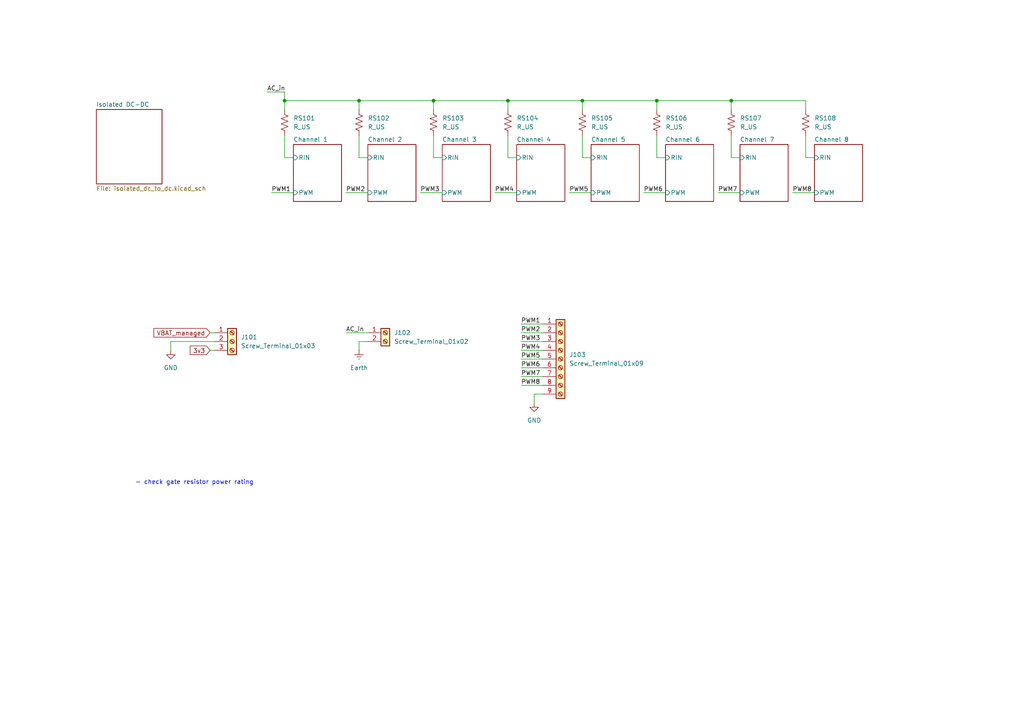
<source format=kicad_sch>
(kicad_sch (version 20231120) (generator "eeschema") (generator_version "8.0")
  (paper "A4")
  (title_block (title "Bidirectional Load Switch") (date "2024-09-17") (rev "0") (company "University of Wisconsin-Platteville"))
  (lib_symbols
    (symbol "Connector:Screw_Terminal_01x02" (pin_names (offset 1.016) hide)
      (property "Reference" "J" (at 0 2.54 0))
      (property "Value" "Screw_Terminal_01x02" (at 0 -5.08 0))
      (symbol "Screw_Terminal_01x02_1_1"
        (rectangle (start -1.27 1.27) (end 1.27 -3.81) (stroke (width 0.254)) (fill (type background)))
        (circle (center 0 -2.54) (radius 0.635) (stroke (width 0.1524)))
        (polyline (pts (xy -0.5334 -2.2098) (xy 0.3302 -3.048)) (stroke (width 0.1524)))
        (polyline (pts (xy -0.5334 0.3302) (xy 0.3302 -0.508)) (stroke (width 0.1524)))
        (polyline (pts (xy -0.3556 -2.032) (xy 0.508 -2.8702)) (stroke (width 0.1524)))
        (polyline (pts (xy -0.3556 0.508) (xy 0.508 -0.3302)) (stroke (width 0.1524)))
        (circle (center 0 0) (radius 0.635) (stroke (width 0.1524)))
        (pin passive line (at -5.08 0 0) (length 3.81) (name "Pin_1") (number "1"))
        (pin passive line (at -5.08 -2.54 0) (length 3.81) (name "Pin_2") (number "2"))
      )
    )
    (symbol "Connector:Screw_Terminal_01x03" (pin_names (offset 1.016) hide)
      (property "Reference" "J" (at 0 5.08 0))
      (property "Value" "Screw_Terminal_01x03" (at 0 -5.08 0))
      (symbol "Screw_Terminal_01x03_1_1"
        (rectangle (start -1.27 3.81) (end 1.27 -3.81) (stroke (width 0.254)) (fill (type background)))
        (circle (center 0 -2.54) (radius 0.635) (stroke (width 0.1524)))
        (polyline (pts (xy -0.5334 -2.2098) (xy 0.3302 -3.048)) (stroke (width 0.1524)))
        (polyline (pts (xy -0.5334 0.3302) (xy 0.3302 -0.508)) (stroke (width 0.1524)))
        (polyline (pts (xy -0.5334 2.8702) (xy 0.3302 2.032)) (stroke (width 0.1524)))
        (polyline (pts (xy -0.3556 -2.032) (xy 0.508 -2.8702)) (stroke (width 0.1524)))
        (polyline (pts (xy -0.3556 0.508) (xy 0.508 -0.3302)) (stroke (width 0.1524)))
        (polyline (pts (xy -0.3556 3.048) (xy 0.508 2.2098)) (stroke (width 0.1524)))
        (circle (center 0 0) (radius 0.635) (stroke (width 0.1524)))
        (circle (center 0 2.54) (radius 0.635) (stroke (width 0.1524)))
        (pin passive line (at -5.08 2.54 0) (length 3.81) (name "Pin_1") (number "1"))
        (pin passive line (at -5.08 0 0) (length 3.81) (name "Pin_2") (number "2"))
        (pin passive line (at -5.08 -2.54 0) (length 3.81) (name "Pin_3") (number "3"))
      )
    )
    (symbol "Connector:Screw_Terminal_01x09" (pin_names (offset 1.016) hide)
      (property "Reference" "J" (at 0 12.7 0))
      (property "Value" "Screw_Terminal_01x09" (at 0 -12.7 0))
      (symbol "Screw_Terminal_01x09_1_1"
        (rectangle (start -1.27 11.43) (end 1.27 -11.43) (stroke (width 0.254)) (fill (type background)))
        (circle (center 0 -10.16) (radius 0.635) (stroke (width 0.1524)))
        (circle (center 0 -7.62) (radius 0.635) (stroke (width 0.1524)))
        (circle (center 0 -5.08) (radius 0.635) (stroke (width 0.1524)))
        (circle (center 0 -2.54) (radius 0.635) (stroke (width 0.1524)))
        (polyline (pts (xy -0.5334 -9.8298) (xy 0.3302 -10.668)) (stroke (width 0.1524)))
        (polyline (pts (xy -0.5334 -7.2898) (xy 0.3302 -8.128)) (stroke (width 0.1524)))
        (polyline (pts (xy -0.5334 -4.7498) (xy 0.3302 -5.588)) (stroke (width 0.1524)))
        (polyline (pts (xy -0.5334 -2.2098) (xy 0.3302 -3.048)) (stroke (width 0.1524)))
        (polyline (pts (xy -0.5334 0.3302) (xy 0.3302 -0.508)) (stroke (width 0.1524)))
        (polyline (pts (xy -0.5334 2.8702) (xy 0.3302 2.032)) (stroke (width 0.1524)))
        (polyline (pts (xy -0.5334 5.4102) (xy 0.3302 4.572)) (stroke (width 0.1524)))
        (polyline (pts (xy -0.5334 7.9502) (xy 0.3302 7.112)) (stroke (width 0.1524)))
        (polyline (pts (xy -0.5334 10.4902) (xy 0.3302 9.652)) (stroke (width 0.1524)))
        (polyline (pts (xy -0.3556 -9.652) (xy 0.508 -10.4902)) (stroke (width 0.1524)))
        (polyline (pts (xy -0.3556 -7.112) (xy 0.508 -7.9502)) (stroke (width 0.1524)))
        (polyline (pts (xy -0.3556 -4.572) (xy 0.508 -5.4102)) (stroke (width 0.1524)))
        (polyline (pts (xy -0.3556 -2.032) (xy 0.508 -2.8702)) (stroke (width 0.1524)))
        (polyline (pts (xy -0.3556 0.508) (xy 0.508 -0.3302)) (stroke (width 0.1524)))
        (polyline (pts (xy -0.3556 3.048) (xy 0.508 2.2098)) (stroke (width 0.1524)))
        (polyline (pts (xy -0.3556 5.588) (xy 0.508 4.7498)) (stroke (width 0.1524)))
        (polyline (pts (xy -0.3556 8.128) (xy 0.508 7.2898)) (stroke (width 0.1524)))
        (polyline (pts (xy -0.3556 10.668) (xy 0.508 9.8298)) (stroke (width 0.1524)))
        (circle (center 0 0) (radius 0.635) (stroke (width 0.1524)))
        (circle (center 0 2.54) (radius 0.635) (stroke (width 0.1524)))
        (circle (center 0 5.08) (radius 0.635) (stroke (width 0.1524)))
        (circle (center 0 7.62) (radius 0.635) (stroke (width 0.1524)))
        (circle (center 0 10.16) (radius 0.635) (stroke (width 0.1524)))
        (pin passive line (at -5.08 10.16 0) (length 3.81) (name "Pin_1") (number "1"))
        (pin passive line (at -5.08 7.62 0) (length 3.81) (name "Pin_2") (number "2"))
        (pin passive line (at -5.08 5.08 0) (length 3.81) (name "Pin_3") (number "3"))
        (pin passive line (at -5.08 2.54 0) (length 3.81) (name "Pin_4") (number "4"))
        (pin passive line (at -5.08 0 0) (length 3.81) (name "Pin_5") (number "5"))
        (pin passive line (at -5.08 -2.54 0) (length 3.81) (name "Pin_6") (number "6"))
        (pin passive line (at -5.08 -5.08 0) (length 3.81) (name "Pin_7") (number "7"))
        (pin passive line (at -5.08 -7.62 0) (length 3.81) (name "Pin_8") (number "8"))
        (pin passive line (at -5.08 -10.16 0) (length 3.81) (name "Pin_9") (number "9"))
      )
    )
    (symbol "Device:R_US" (pin_numbers hide) (pin_names (offset 0))
      (property "Reference" "R" (at 2.54 0 90))
      (property "Value" "R_US" (at -2.54 0 90))
      (symbol "R_US_0_1"
        (polyline (pts (xy 0 -2.286) (xy 0 -2.54)))
        (polyline (pts (xy 0 2.286) (xy 0 2.54)))
        (polyline (pts (xy 0 -0.762) (xy 1.016 -1.143) (xy 0 -1.524) (xy -1.016 -1.905) (xy 0 -2.286)))
        (polyline (pts (xy 0 0.762) (xy 1.016 0.381) (xy 0 0) (xy -1.016 -0.381) (xy 0 -0.762)))
        (polyline (pts (xy 0 2.286) (xy 1.016 1.905) (xy 0 1.524) (xy -1.016 1.143) (xy 0 0.762)))
      )
      (symbol "R_US_1_1"
        (pin passive line (at 0 3.81 270) (length 1.27) (name "~") (number "1"))
        (pin passive line (at 0 -3.81 90) (length 1.27) (name "~") (number "2"))
      )
    )
    (symbol "power:Earth" (power) (pin_numbers hide) (pin_names (offset 0) hide)
      (property "Value" "Earth" (at 0 -3.81 0))
      (symbol "Earth_0_1"
        (polyline (pts (xy -0.635 -1.905) (xy 0.635 -1.905)))
        (polyline (pts (xy -0.127 -2.54) (xy 0.127 -2.54)))
        (polyline (pts (xy 0 -1.27) (xy 0 0)))
        (polyline (pts (xy 1.27 -1.27) (xy -1.27 -1.27)))
      )
      (symbol "Earth_1_1"
        (pin power_in line (at 0 0 270) (length 0) (name "~") (number "1"))
      )
    )
    (symbol "power:GND" (power) (pin_numbers hide) (pin_names (offset 0) hide)
      (property "Value" "GND" (at 0 -3.81 0))
      (symbol "GND_0_1"
        (polyline (pts (xy 0 0) (xy 0 -1.27) (xy 1.27 -1.27) (xy 0 -2.54) (xy -1.27 -1.27) (xy 0 -1.27)))
      )
      (symbol "GND_1_1"
        (pin power_in line (at 0 0 270) (length 0) (name "~") (number "1"))
      )
    )
  )
  (junction (at 212.09 29.21))
  (junction (at 82.55 29.21))
  (junction (at 147.32 29.21))
  (junction (at 125.73 29.21))
  (junction (at 104.14 29.21))
  (junction (at 190.5 29.21))
  (junction (at 168.91 29.21))
  (wire (pts (xy 151.13 101.6) (xy 157.48 101.6)))
  (wire (pts (xy 151.13 104.14) (xy 157.48 104.14)))
  (wire (pts (xy 190.5 29.21) (xy 212.09 29.21)))
  (wire (pts (xy 125.73 45.72) (xy 125.73 39.37)))
  (wire (pts (xy 212.09 45.72) (xy 212.09 39.37)))
  (wire (pts (xy 151.13 96.52) (xy 157.48 96.52)))
  (wire (pts (xy 77.47 26.67) (xy 82.55 26.67)))
  (wire (pts (xy 125.73 29.21) (xy 147.32 29.21)))
  (wire (pts (xy 147.32 45.72) (xy 147.32 39.37)))
  (wire (pts (xy 78.74 55.88) (xy 85.09 55.88)))
  (wire (pts (xy 208.28 55.88) (xy 214.63 55.88)))
  (wire (pts (xy 125.73 29.21) (xy 125.73 31.75)))
  (wire (pts (xy 190.5 29.21) (xy 190.5 31.75)))
  (wire (pts (xy 106.68 99.06) (xy 104.14 99.06)))
  (wire (pts (xy 60.96 101.6) (xy 62.23 101.6)))
  (wire (pts (xy 151.13 93.98) (xy 157.48 93.98)))
  (wire (pts (xy 121.92 55.88) (xy 128.27 55.88)))
  (wire (pts (xy 193.04 45.72) (xy 190.5 45.72)))
  (wire (pts (xy 151.13 99.06) (xy 157.48 99.06)))
  (wire (pts (xy 186.69 55.88) (xy 193.04 55.88)))
  (wire (pts (xy 151.13 109.22) (xy 157.48 109.22)))
  (wire (pts (xy 212.09 29.21) (xy 233.68 29.21)))
  (wire (pts (xy 229.87 55.88) (xy 236.22 55.88)))
  (wire (pts (xy 168.91 45.72) (xy 168.91 39.37)))
  (wire (pts (xy 100.33 96.52) (xy 106.68 96.52)))
  (wire (pts (xy 151.13 111.76) (xy 157.48 111.76)))
  (wire (pts (xy 60.96 96.52) (xy 62.23 96.52)))
  (wire (pts (xy 168.91 29.21) (xy 190.5 29.21)))
  (wire (pts (xy 104.14 99.06) (xy 104.14 101.6)))
  (wire (pts (xy 171.45 45.72) (xy 168.91 45.72)))
  (wire (pts (xy 233.68 45.72) (xy 233.68 39.37)))
  (wire (pts (xy 149.86 45.72) (xy 147.32 45.72)))
  (wire (pts (xy 82.55 29.21) (xy 104.14 29.21)))
  (wire (pts (xy 104.14 29.21) (xy 125.73 29.21)))
  (wire (pts (xy 100.33 55.88) (xy 106.68 55.88)))
  (wire (pts (xy 233.68 29.21) (xy 233.68 31.75)))
  (wire (pts (xy 106.68 45.72) (xy 104.14 45.72)))
  (wire (pts (xy 190.5 45.72) (xy 190.5 39.37)))
  (wire (pts (xy 82.55 29.21) (xy 82.55 31.75)))
  (wire (pts (xy 165.1 55.88) (xy 171.45 55.88)))
  (wire (pts (xy 151.13 106.68) (xy 157.48 106.68)))
  (wire (pts (xy 214.63 45.72) (xy 212.09 45.72)))
  (wire (pts (xy 82.55 45.72) (xy 82.55 39.37)))
  (wire (pts (xy 168.91 29.21) (xy 168.91 31.75)))
  (wire (pts (xy 147.32 29.21) (xy 147.32 31.75)))
  (wire (pts (xy 85.09 45.72) (xy 82.55 45.72)))
  (wire (pts (xy 82.55 26.67) (xy 82.55 29.21)))
  (wire (pts (xy 143.51 55.88) (xy 149.86 55.88)))
  (wire (pts (xy 212.09 29.21) (xy 212.09 31.75)))
  (wire (pts (xy 147.32 29.21) (xy 168.91 29.21)))
  (wire (pts (xy 62.23 99.06) (xy 49.53 99.06)))
  (wire (pts (xy 154.94 114.3) (xy 154.94 116.84)))
  (wire (pts (xy 49.53 99.06) (xy 49.53 101.6)))
  (wire (pts (xy 104.14 45.72) (xy 104.14 39.37)))
  (wire (pts (xy 157.48 114.3) (xy 154.94 114.3)))
  (wire (pts (xy 104.14 29.21) (xy 104.14 31.75)))
  (wire (pts (xy 128.27 45.72) (xy 125.73 45.72)))
  (wire (pts (xy 236.22 45.72) (xy 233.68 45.72)))
  (text "- check gate resistor power rating" (at 56.388 139.954 0) (effects (font (size 1.27 1.27))))
  (label "PWM2" (at 151.13 96.52 0))
  (label "PWM8" (at 229.87 55.88 0))
  (label "PWM4" (at 143.51 55.88 0))
  (label "AC_in" (at 100.33 96.52 0))
  (label "PWM5" (at 151.13 104.14 0))
  (label "PWM3" (at 151.13 99.06 0))
  (label "PWM5" (at 165.1 55.88 0))
  (label "PWM7" (at 208.28 55.88 0))
  (label "PWM2" (at 100.33 55.88 0))
  (label "PWM3" (at 121.92 55.88 0))
  (label "PWM6" (at 151.13 106.68 0))
  (label "PWM1" (at 151.13 93.98 0))
  (label "PWM6" (at 186.69 55.88 0))
  (label "PWM1" (at 78.74 55.88 0))
  (label "AC_in" (at 77.47 26.67 0))
  (label "PWM4" (at 151.13 101.6 0))
  (label "PWM8" (at 151.13 111.76 0))
  (label "PWM7" (at 151.13 109.22 0))
  (global_label "VBAT_managed" (shape input) (at 60.96 96.52 180) (property "Intersheetrefs" "${INTERSHEET_REFS}" (effects (hide yes))))
  (global_label "3v3" (shape input) (at 60.96 101.6 180) (property "Intersheetrefs" "${INTERSHEET_REFS}" (effects (hide yes))))
  (symbol (lib_id "Device:R_US") (at 125.73 35.56 0) (unit 1)
    (property "Reference" "RS103" (at 128.27 34.2899 0) (effects (justify left)))
    (property "Value" "R_US" (at 128.27 36.8299 0) (effects (justify left)))
    (property "Footprint" "Resistor_SMD:R_2512_6332Metric" (effects (hide yes)))
    (property "Description" "Resistor, US symbol" (effects (hide yes)))
  )
  (symbol (lib_id "Device:R_US") (at 233.68 35.56 0) (unit 1)
    (property "Reference" "RS108" (at 236.22 34.2899 0) (effects (justify left)))
    (property "Value" "R_US" (at 236.22 36.8299 0) (effects (justify left)))
    (property "Footprint" "Resistor_SMD:R_2512_6332Metric" (effects (hide yes)))
    (property "Description" "Resistor, US symbol" (effects (hide yes)))
  )
  (symbol (lib_id "power:GND") (at 154.94 116.84 0) (unit 1)
    (property "Reference" "#PWR0103" (effects (hide yes)))
    (property "Value" "GND" (at 154.94 121.92 0))
    (property "Description" "Power symbol creates a global label with name \"GND\" , ground" (effects (hide yes)))
  )
  (symbol (lib_id "power:GND") (at 49.53 101.6 0) (unit 1)
    (property "Reference" "#PWR0101" (effects (hide yes)))
    (property "Value" "GND" (at 49.53 106.68 0))
    (property "Description" "Power symbol creates a global label with name \"GND\" , ground" (effects (hide yes)))
  )
  (symbol (lib_id "Connector:Screw_Terminal_01x02") (at 111.76 96.52 0) (unit 1)
    (property "Reference" "J102" (at 114.3 96.5199 0) (effects (justify left)))
    (property "Value" "Screw_Terminal_01x02" (at 114.3 99.0599 0) (effects (justify left)))
    (property "Footprint" "TerminalBlock:TerminalBlock_Xinya_XY308-2.54-2P_1x02_P2.54mm_Horizontal" (effects (hide yes)))
    (property "Description" "Generic screw terminal, single row, 01x02, script generated (kicad-library-utils/schlib/autogen/connector/)" (effects (hide yes)))
  )
  (symbol (lib_id "Device:R_US") (at 104.14 35.56 0) (unit 1)
    (property "Reference" "RS102" (at 106.68 34.2899 0) (effects (justify left)))
    (property "Value" "R_US" (at 106.68 36.8299 0) (effects (justify left)))
    (property "Footprint" "Resistor_SMD:R_2512_6332Metric" (effects (hide yes)))
    (property "Description" "Resistor, US symbol" (effects (hide yes)))
  )
  (symbol (lib_id "Device:R_US") (at 168.91 35.56 0) (unit 1)
    (property "Reference" "RS105" (at 171.45 34.2899 0) (effects (justify left)))
    (property "Value" "R_US" (at 171.45 36.8299 0) (effects (justify left)))
    (property "Footprint" "Resistor_SMD:R_2512_6332Metric" (effects (hide yes)))
    (property "Description" "Resistor, US symbol" (effects (hide yes)))
  )
  (symbol (lib_id "Device:R_US") (at 190.5 35.56 0) (unit 1)
    (property "Reference" "RS106" (at 193.04 34.2899 0) (effects (justify left)))
    (property "Value" "R_US" (at 193.04 36.8299 0) (effects (justify left)))
    (property "Footprint" "Resistor_SMD:R_2512_6332Metric" (effects (hide yes)))
    (property "Description" "Resistor, US symbol" (effects (hide yes)))
  )
  (symbol (lib_id "Device:R_US") (at 212.09 35.56 0) (unit 1)
    (property "Reference" "RS107" (at 214.63 34.2899 0) (effects (justify left)))
    (property "Value" "R_US" (at 214.63 36.8299 0) (effects (justify left)))
    (property "Footprint" "Resistor_SMD:R_2512_6332Metric" (effects (hide yes)))
    (property "Description" "Resistor, US symbol" (effects (hide yes)))
  )
  (symbol (lib_id "Connector:Screw_Terminal_01x03") (at 67.31 99.06 0) (unit 1)
    (property "Reference" "J101" (at 69.85 97.7899 0) (effects (justify left)))
    (property "Value" "Screw_Terminal_01x03" (at 69.85 100.3299 0) (effects (justify left)))
    (property "Footprint" "TerminalBlock:TerminalBlock_Xinya_XY308-2.54-3P_1x03_P2.54mm_Horizontal" (effects (hide yes)))
    (property "Description" "Generic screw terminal, single row, 01x03, script generated (kicad-library-utils/schlib/autogen/connector/)" (effects (hide yes)))
  )
  (symbol (lib_id "Connector:Screw_Terminal_01x09") (at 162.56 104.14 0) (unit 1)
    (property "Reference" "J103" (at 165.1 102.8699 0) (effects (justify left)))
    (property "Value" "Screw_Terminal_01x09" (at 165.1 105.4099 0) (effects (justify left)))
    (property "Footprint" "TerminalBlock:TerminalBlock_Xinya_XY308-2.54-9P_1x09_P2.54mm_Horizontal" (effects (hide yes)))
    (property "Description" "Generic screw terminal, single row, 01x09, script generated (kicad-library-utils/schlib/autogen/connector/)" (effects (hide yes)))
  )
  (symbol (lib_id "Device:R_US") (at 147.32 35.56 0) (unit 1)
    (property "Reference" "RS104" (at 149.86 34.2899 0) (effects (justify left)))
    (property "Value" "R_US" (at 149.86 36.8299 0) (effects (justify left)))
    (property "Footprint" "Resistor_SMD:R_2512_6332Metric" (effects (hide yes)))
    (property "Description" "Resistor, US symbol" (effects (hide yes)))
  )
  (symbol (lib_id "Device:R_US") (at 82.55 35.56 0) (unit 1)
    (property "Reference" "RS101" (at 85.09 34.2899 0) (effects (justify left)))
    (property "Value" "R_US" (at 85.09 36.8299 0) (effects (justify left)))
    (property "Footprint" "Resistor_SMD:R_2512_6332Metric" (effects (hide yes)))
    (property "Description" "Resistor, US symbol" (effects (hide yes)))
  )
  (symbol (lib_id "power:Earth") (at 104.14 101.6 0) (unit 1)
    (property "Reference" "#PWR0102" (effects (hide yes)))
    (property "Value" "Earth" (at 104.14 106.68 0))
    (property "Description" "Power symbol creates a global label with name \"Earth\"" (effects (hide yes)))
  )
  (sheet (at 85.09 41.91) (size 13.97 16.51) (stroke (width 0.1524))
    (property "Sheetname" "Channel 1" (at 85.09 41.1984 0) (effects (justify left bottom)))
    (property "Sheetfile" "switching_channel.kicad_sch" (effects (hide yes)))
    (pin "PWM" input (at 85.09 55.88 180))
    (pin "RIN" input (at 85.09 45.72 180))
  )
  (sheet (at 214.63 41.91) (size 13.97 16.51) (stroke (width 0.1524))
    (property "Sheetname" "Channel 7" (at 214.63 41.1984 0) (effects (justify left bottom)))
    (property "Sheetfile" "switching_channel.kicad_sch" (effects (hide yes)))
    (pin "PWM" input (at 214.63 55.88 180))
    (pin "RIN" input (at 214.63 45.72 180))
  )
  (sheet (at 236.22 41.91) (size 13.97 16.51) (stroke (width 0.1524))
    (property "Sheetname" "Channel 8" (at 236.22 41.1984 0) (effects (justify left bottom)))
    (property "Sheetfile" "switching_channel.kicad_sch" (effects (hide yes)))
    (pin "PWM" input (at 236.22 55.88 180))
    (pin "RIN" input (at 236.22 45.72 180))
  )
  (sheet (at 27.94 31.75) (size 19.05 21.59) (stroke (width 0.1524))
    (property "Sheetname" "Isolated DC-DC" (at 27.94 31.0384 0) (effects (justify left bottom)))
    (property "Sheetfile" "isolated_dc_to_dc.kicad_sch" (at 27.94 53.9246 0) (effects (justify left top)))
  )
  (sheet (at 149.86 41.91) (size 13.97 16.51) (stroke (width 0.1524))
    (property "Sheetname" "Channel 4" (at 149.86 41.1984 0) (effects (justify left bottom)))
    (property "Sheetfile" "switching_channel.kicad_sch" (effects (hide yes)))
    (pin "PWM" input (at 149.86 55.88 180))
    (pin "RIN" input (at 149.86 45.72 180))
  )
  (sheet (at 171.45 41.91) (size 13.97 16.51) (stroke (width 0.1524))
    (property "Sheetname" "Channel 5" (at 171.45 41.1984 0) (effects (justify left bottom)))
    (property "Sheetfile" "switching_channel.kicad_sch" (effects (hide yes)))
    (pin "PWM" input (at 171.45 55.88 180))
    (pin "RIN" input (at 171.45 45.72 180))
  )
  (sheet (at 193.04 41.91) (size 13.97 16.51) (stroke (width 0.1524))
    (property "Sheetname" "Channel 6" (at 193.04 41.1984 0) (effects (justify left bottom)))
    (property "Sheetfile" "switching_channel.kicad_sch" (effects (hide yes)))
    (pin "PWM" input (at 193.04 55.88 180))
    (pin "RIN" input (at 193.04 45.72 180))
  )
  (sheet (at 128.27 41.91) (size 13.97 16.51) (stroke (width 0.1524))
    (property "Sheetname" "Channel 3" (at 128.27 41.1984 0) (effects (justify left bottom)))
    (property "Sheetfile" "switching_channel.kicad_sch" (effects (hide yes)))
    (pin "PWM" input (at 128.27 55.88 180))
    (pin "RIN" input (at 128.27 45.72 180))
  )
  (sheet (at 106.68 41.91) (size 13.97 16.51) (stroke (width 0.1524))
    (property "Sheetname" "Channel 2" (at 106.68 41.1984 0) (effects (justify left bottom)))
    (property "Sheetfile" "switching_channel.kicad_sch" (effects (hide yes)))
    (pin "PWM" input (at 106.68 55.88 180))
    (pin "RIN" input (at 106.68 45.72 180))
  )
)
</source>
